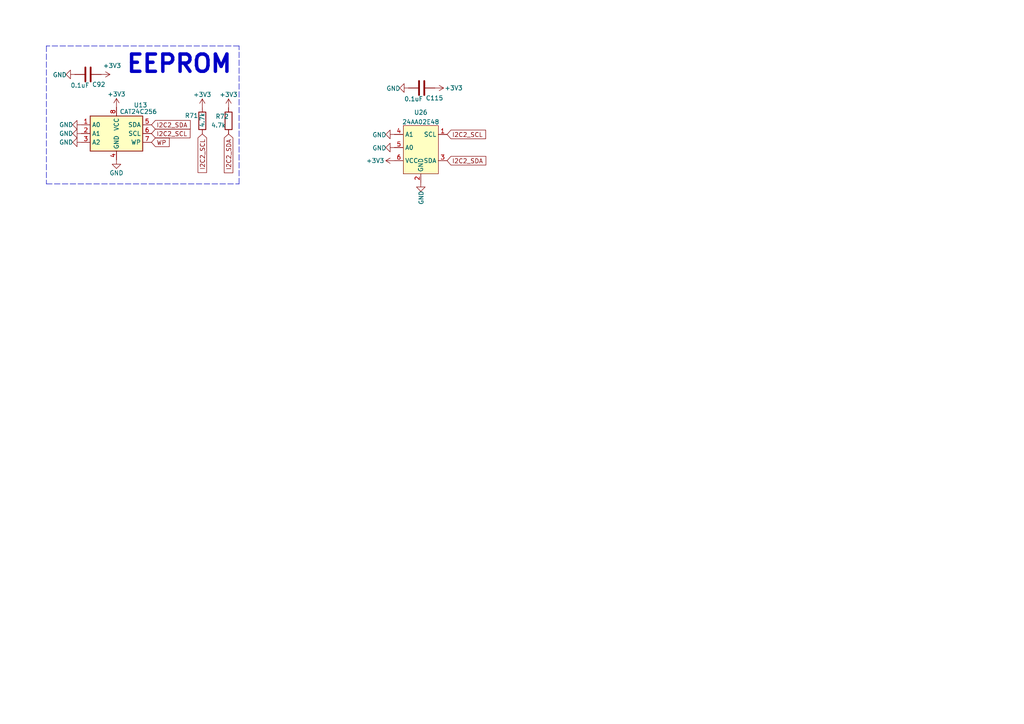
<source format=kicad_sch>
(kicad_sch (version 20211123) (generator eeschema)
  (paper "A4")
  (lib_symbols
    (symbol "Device:C" (pin_numbers hide) (pin_names (offset 0.254))
      (property "Reference" "C" (at 0.635 2.54 0))
      (property "Value" "C" (at 0.635 -2.54 0))
      (symbol "C_0_1"
        (polyline (pts (xy -2.032 -0.762) (xy 2.032 -0.762)) (stroke (width 0.508)))
        (polyline (pts (xy -2.032 0.762) (xy 2.032 0.762)) (stroke (width 0.508)))
      )
      (symbol "C_1_1"
        (pin passive line (at 0 3.81 270) (length 2.794) (name "~") (number "1"))
        (pin passive line (at 0 -3.81 90) (length 2.794) (name "~") (number "2"))
      )
    )
    (symbol "Device:R" (pin_numbers hide) (pin_names (offset 0))
      (property "Reference" "R" (at 2.032 0 90))
      (property "Value" "R" (at 0 0 90))
      (symbol "R_0_1"
        (rectangle (start -1.016 -2.54) (end 1.016 2.54) (stroke (width 0.254)))
      )
      (symbol "R_1_1"
        (pin passive line (at 0 3.81 270) (length 1.27) (name "~") (number "1"))
        (pin passive line (at 0 -3.81 90) (length 1.27) (name "~") (number "2"))
      )
    )
    (symbol "Memory_EEPROM:CAT24C256"
      (property "Reference" "U" (at -6.35 6.35 0))
      (property "Value" "CAT24C256" (at 1.27 6.35 0))
      (symbol "CAT24C256_1_1"
        (rectangle (start -7.62 5.08) (end 7.62 -5.08) (stroke (width 0.254)) (fill (type background)))
        (pin input line (at -10.16 2.54 0) (length 2.54) (name "A0") (number "1"))
        (pin input line (at -10.16 0 0) (length 2.54) (name "A1") (number "2"))
        (pin input line (at -10.16 -2.54 0) (length 2.54) (name "A2") (number "3"))
        (pin power_in line (at 0 -7.62 90) (length 2.54) (name "GND") (number "4"))
        (pin bidirectional line (at 10.16 2.54 180) (length 2.54) (name "SDA") (number "5"))
        (pin input line (at 10.16 0 180) (length 2.54) (name "SCL") (number "6"))
        (pin input line (at 10.16 -2.54 180) (length 2.54) (name "WP") (number "7"))
        (pin power_in line (at 0 7.62 270) (length 2.54) (name "VCC") (number "8"))
      )
    )
    (symbol "Symbols:24AA02E48"
      (property "Reference" "U" (at 0 7.62 0))
      (property "Value" "24AA02E48" (at 0 10.16 0))
      (symbol "24AA02E48_0_1"
        (rectangle (start 5.08 -7.62) (end -5.08 6.35) (fill (type background)))
      )
      (symbol "24AA02E48_1_1"
        (pin input line (at 7.62 3.81 180) (length 2.54) (name "SCL") (number "1"))
        (pin input line (at 0 -10.16 90) (length 2.54) (name "GND") (number "2"))
        (pin input line (at 7.62 -3.81 180) (length 2.54) (name "SDA") (number "3"))
        (pin input line (at -7.62 3.81 0) (length 2.54) (name "A1") (number "4"))
        (pin input line (at -7.62 0 0) (length 2.54) (name "A0") (number "5"))
        (pin input line (at -7.62 -3.81 0) (length 2.54) (name "VCC") (number "6"))
      )
    )
    (symbol "power:+3.3V" (power) (pin_names (offset 0))
      (property "Value" "+3.3V" (at 0 3.556 0))
      (symbol "+3.3V_0_1"
        (polyline (pts (xy -0.762 1.27) (xy 0 2.54)))
        (polyline (pts (xy 0 0) (xy 0 2.54)))
        (polyline (pts (xy 0 2.54) (xy 0.762 1.27)))
      )
      (symbol "+3.3V_1_1"
        (pin power_in line (at 0 0 90) (length 0) hide (name "+3V3") (number "1"))
      )
    )
    (symbol "power:GND" (power) (pin_names (offset 0))
      (property "Value" "GND" (at 0 -3.81 0))
      (symbol "GND_0_1"
        (polyline (pts (xy 0 0) (xy 0 -1.27) (xy 1.27 -1.27) (xy 0 -2.54) (xy -1.27 -1.27) (xy 0 -1.27)))
      )
      (symbol "GND_1_1"
        (pin power_in line (at 0 0 270) (length 0) hide (name "GND") (number "1"))
      )
    )
  )
  (polyline (pts (xy 13.462 13.335) (xy 13.462 53.34)))
  (polyline (pts (xy 69.342 13.335) (xy 13.462 13.335)))
  (polyline (pts (xy 69.342 53.34) (xy 69.342 13.335)))
  (polyline (pts (xy 13.462 53.34) (xy 69.342 53.34)))
  (text "EEPROM" (at 36.322 21.59 0) (effects (font (size 5.0038 5.0038) (thickness 1.0008) bold) (justify left bottom)))
  (global_label "I2C2_SDA" (shape input) (at 129.667 46.609 0) (property "Intersheet References" "${INTERSHEET_REFS}" (effects hide)))
  (global_label "I2C2_SDA" (shape input) (at 66.294 38.862 270) (property "Intersheet References" "${INTERSHEET_REFS}" (effects hide)))
  (global_label "I2C2_SCL" (shape input) (at 43.942 38.735 0) (property "Intersheet References" "${INTERSHEET_REFS}" (effects hide)))
  (global_label "WP" (shape input) (at 43.942 41.275 0) (property "Intersheet References" "${INTERSHEET_REFS}" (effects hide)))
  (global_label "I2C2_SCL" (shape input) (at 58.674 38.862 270) (property "Intersheet References" "${INTERSHEET_REFS}" (effects hide)))
  (global_label "I2C2_SDA" (shape input) (at 43.942 36.195 0) (property "Intersheet References" "${INTERSHEET_REFS}" (effects hide)))
  (global_label "I2C2_SCL" (shape input) (at 129.667 38.989 0) (property "Intersheet References" "${INTERSHEET_REFS}" (effects hide)))
  (symbol (lib_id "power:GND") (at 114.427 42.799 270) (unit 1)
    (property "Reference" "#PWR0315" (effects hide))
    (property "Value" "GND" (at 110.0328 42.926 90))
  )
  (symbol (lib_id "power:+3.3V") (at 58.674 31.242 0) (unit 1)
    (property "Reference" "#PWR0345" (effects hide))
    (property "Value" "+3.3V" (at 58.674 27.432 0))
  )
  (symbol (lib_id "Device:C") (at 25.527 21.59 270) (unit 1)
    (property "Reference" "C92" (at 26.6954 24.511 90) (effects (justify left)))
    (property "Value" "0.1uF" (at 20.447 24.765 90) (effects (justify left)))
    (property "Footprint" "Capacitor_SMD:C_0603_1608Metric" (effects hide))
  )
  (symbol (lib_id "power:+3.3V") (at 66.294 31.242 0) (unit 1)
    (property "Reference" "#PWR0346" (effects hide))
    (property "Value" "+3.3V" (at 66.294 27.432 0))
  )
  (symbol (lib_id "power:+3.3V") (at 126.111 25.527 270) (unit 1)
    (property "Reference" "#PWR0313" (effects hide))
    (property "Value" "+3.3V" (at 131.572 25.527 90))
  )
  (symbol (lib_id "power:GND") (at 21.717 21.59 270) (unit 1)
    (property "Reference" "#PWR0351" (effects hide))
    (property "Value" "GND" (at 17.3228 21.717 90))
  )
  (symbol (lib_id "Symbols:24AA02E48") (at 122.047 42.799 0) (unit 1)
    (property "Reference" "U26" (at 122.047 32.6095 0))
    (property "Value" "24AA02E48" (at 122.047 35.3846 0))
    (property "Footprint" "Package_TO_SOT_SMD:SOT-23-6" (effects hide))
  )
  (symbol (lib_id "power:+3.3V") (at 33.782 31.115 0) (unit 1)
    (property "Reference" "#PWR0349" (effects hide))
    (property "Value" "+3.3V" (at 33.782 27.305 0))
  )
  (symbol (lib_id "Device:R") (at 58.674 35.052 0) (unit 1)
    (property "Reference" "R71" (at 53.594 33.528 0) (effects (justify left)))
    (property "Value" "4.7k" (at 58.674 36.957 90) (effects (justify left)))
    (property "Footprint" "Resistor_SMD:R_0603_1608Metric" (effects hide))
  )
  (symbol (lib_id "power:GND") (at 122.047 52.959 0) (unit 1)
    (property "Reference" "#PWR0317" (effects hide))
    (property "Value" "GND" (at 122.174 57.3532 90))
  )
  (symbol (lib_id "power:GND") (at 23.622 41.275 270) (unit 1)
    (property "Reference" "#PWR0350" (effects hide))
    (property "Value" "GND" (at 19.177 41.275 90))
  )
  (symbol (lib_id "power:GND") (at 23.622 36.195 270) (unit 1)
    (property "Reference" "#PWR0353" (effects hide))
    (property "Value" "GND" (at 19.177 36.195 90))
  )
  (symbol (lib_id "power:+3.3V") (at 114.427 46.609 90) (unit 1)
    (property "Reference" "#PWR0316" (effects hide))
    (property "Value" "+3.3V" (at 108.839 46.609 90))
  )
  (symbol (lib_id "power:GND") (at 23.622 38.735 270) (unit 1)
    (property "Reference" "#PWR0348" (effects hide))
    (property "Value" "GND" (at 19.177 38.735 90))
  )
  (symbol (lib_id "Memory_EEPROM:CAT24C256") (at 33.782 38.735 0) (unit 1)
    (property "Reference" "U13" (at 40.767 30.48 0))
    (property "Value" "CAT24C256" (at 40.132 32.385 0))
    (property "Footprint" "Package_SO:SOIC-8_3.9x4.9mm_P1.27mm" (effects hide))
    (property "Datasheet" "https://www.onsemi.cn/PowerSolutions/document/CAT24C256-D.PDF" (effects hide))
  )
  (symbol (lib_id "power:+3.3V") (at 29.337 21.59 270) (unit 1)
    (property "Reference" "#PWR0352" (effects hide))
    (property "Value" "+3.3V" (at 32.512 19.05 90))
  )
  (symbol (lib_id "power:GND") (at 33.782 46.355 0) (unit 1)
    (property "Reference" "#PWR0347" (effects hide))
    (property "Value" "GND" (at 33.782 50.165 0))
  )
  (symbol (lib_id "power:GND") (at 114.427 38.989 270) (unit 1)
    (property "Reference" "#PWR0314" (effects hide))
    (property "Value" "GND" (at 110.0328 39.116 90))
  )
  (symbol (lib_id "power:GND") (at 118.491 25.527 270) (unit 1)
    (property "Reference" "#PWR0312" (effects hide))
    (property "Value" "GND" (at 114.0968 25.654 90))
  )
  (symbol (lib_id "Device:C") (at 122.301 25.527 270) (unit 1)
    (property "Reference" "C115" (at 123.4694 28.448 90) (effects (justify left)))
    (property "Value" "0.1uF" (at 117.221 28.702 90) (effects (justify left)))
    (property "Footprint" "Capacitor_SMD:C_0603_1608Metric" (effects hide))
  )
  (symbol (lib_id "Device:R") (at 66.294 35.052 0) (unit 1)
    (property "Reference" "R72" (at 62.484 33.782 0) (effects (justify left)))
    (property "Value" "4.7k" (at 61.214 36.322 0) (effects (justify left)))
    (property "Footprint" "Resistor_SMD:R_0603_1608Metric" (effects hide))
  )
)
</source>
